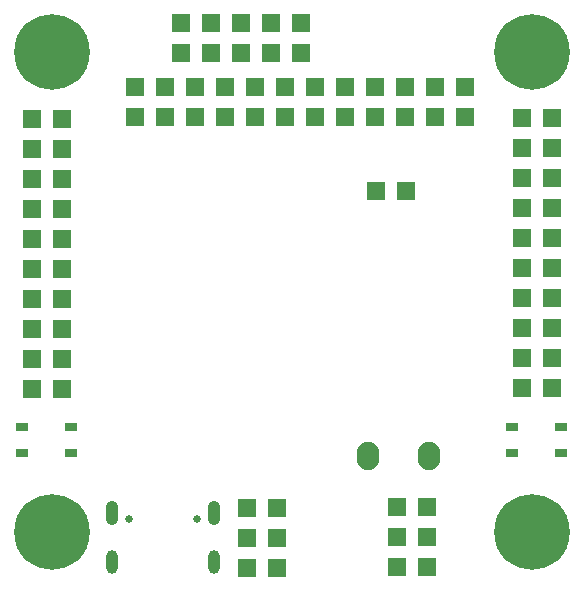
<source format=gbr>
%TF.GenerationSoftware,KiCad,Pcbnew,7.0.11+1*%
%TF.CreationDate,2024-06-06T22:27:14+00:00*%
%TF.ProjectId,RP2040v01,52503230-3430-4763-9031-2e6b69636164,rev?*%
%TF.SameCoordinates,Original*%
%TF.FileFunction,Soldermask,Top*%
%TF.FilePolarity,Negative*%
%FSLAX46Y46*%
G04 Gerber Fmt 4.6, Leading zero omitted, Abs format (unit mm)*
G04 Created by KiCad (PCBNEW 7.0.11+1) date 2024-06-06 22:27:14*
%MOMM*%
%LPD*%
G01*
G04 APERTURE LIST*
%ADD10C,0.800000*%
%ADD11C,6.400000*%
%ADD12R,1.524000X1.524000*%
%ADD13R,1.050000X0.650000*%
%ADD14C,0.650000*%
%ADD15O,1.000000X2.000000*%
%ADD16O,1.050000X2.100000*%
%ADD17O,1.900000X2.400000*%
G04 APERTURE END LIST*
D10*
%TO.C,H3*%
X7760000Y10160000D03*
X8462944Y11857056D03*
X8462944Y8462944D03*
X10160000Y12560000D03*
D11*
X10160000Y10160000D03*
D10*
X10160000Y7760000D03*
X11857056Y11857056D03*
X11857056Y8462944D03*
X12560000Y10160000D03*
%TD*%
%TO.C,H4*%
X48400000Y10160000D03*
X49102944Y11857056D03*
X49102944Y8462944D03*
X50800000Y12560000D03*
D11*
X50800000Y10160000D03*
D10*
X50800000Y7760000D03*
X52497056Y11857056D03*
X52497056Y8462944D03*
X53200000Y10160000D03*
%TD*%
D12*
%TO.C,J3*%
X39430000Y12340000D03*
X41970000Y12340000D03*
X39430000Y9800000D03*
X41970000Y9800000D03*
X39430000Y7260000D03*
X41970000Y7260000D03*
%TD*%
%TO.C,J8*%
X31235000Y53290000D03*
X31235000Y50750000D03*
X28695000Y53290000D03*
X28695000Y50750000D03*
X26155000Y53290000D03*
X26155000Y50750000D03*
X23615000Y53290000D03*
X23615000Y50750000D03*
X21075000Y53290000D03*
X21075000Y50750000D03*
%TD*%
D13*
%TO.C,SW2*%
X49125000Y19075000D03*
X53275000Y19075000D03*
X49125000Y16925000D03*
X53250000Y16925000D03*
%TD*%
D12*
%TO.C,J6*%
X49960000Y45240000D03*
X52500000Y45240000D03*
X49960000Y42700000D03*
X52500000Y42700000D03*
X49960000Y40160000D03*
X52500000Y40160000D03*
X49960000Y37620000D03*
X52500000Y37620000D03*
X49960000Y35080000D03*
X52500000Y35080000D03*
X49960000Y32540000D03*
X52500000Y32540000D03*
X49960000Y30000000D03*
X52500000Y30000000D03*
X49960000Y27460000D03*
X52500000Y27460000D03*
X49960000Y24920000D03*
X52500000Y24920000D03*
X49960000Y22380000D03*
X52500000Y22380000D03*
%TD*%
D10*
%TO.C,H2*%
X48400000Y50800000D03*
X49102944Y52497056D03*
X49102944Y49102944D03*
X50800000Y53200000D03*
D11*
X50800000Y50800000D03*
D10*
X50800000Y48400000D03*
X52497056Y52497056D03*
X52497056Y49102944D03*
X53200000Y50800000D03*
%TD*%
D12*
%TO.C,J1*%
X26730000Y12240000D03*
X29270000Y12240000D03*
X26730000Y9700000D03*
X29270000Y9700000D03*
X26730000Y7160000D03*
X29270000Y7160000D03*
%TD*%
%TO.C,J5*%
X11040000Y22340000D03*
X8500000Y22340000D03*
X11040000Y24880000D03*
X8500000Y24880000D03*
X11040000Y27420000D03*
X8500000Y27420000D03*
X11040000Y29960000D03*
X8500000Y29960000D03*
X11040000Y32500000D03*
X8500000Y32500000D03*
X11040000Y35040000D03*
X8500000Y35040000D03*
X11040000Y37580000D03*
X8500000Y37580000D03*
X11040000Y40120000D03*
X8500000Y40120000D03*
X11040000Y42660000D03*
X8500000Y42660000D03*
X11040000Y45200000D03*
X8500000Y45200000D03*
%TD*%
%TO.C,J4*%
X40175000Y39075000D03*
X37635000Y39075000D03*
%TD*%
D10*
%TO.C,H1*%
X7760000Y50800000D03*
X8462944Y52497056D03*
X8462944Y49102944D03*
X10160000Y53200000D03*
D11*
X10160000Y50800000D03*
D10*
X10160000Y48400000D03*
X11857056Y52497056D03*
X11857056Y49102944D03*
X12560000Y50800000D03*
%TD*%
D13*
%TO.C,SW1*%
X11775000Y16925000D03*
X7625000Y16925000D03*
X11775000Y19075000D03*
X7650000Y19075000D03*
%TD*%
D12*
%TO.C,J7*%
X17185000Y45310000D03*
X17185000Y47850000D03*
X19725000Y45310000D03*
X19725000Y47850000D03*
X22265000Y45310000D03*
X22265000Y47850000D03*
X24805000Y45310000D03*
X24805000Y47850000D03*
X27345000Y45310000D03*
X27345000Y47850000D03*
X29885000Y45310000D03*
X29885000Y47850000D03*
X32425000Y45310000D03*
X32425000Y47850000D03*
X34965000Y45310000D03*
X34965000Y47850000D03*
X37505000Y45310000D03*
X37505000Y47850000D03*
X40045000Y45310000D03*
X40045000Y47850000D03*
X42585000Y45310000D03*
X42585000Y47850000D03*
X45125000Y45310000D03*
X45125000Y47850000D03*
%TD*%
D14*
%TO.C,J2*%
X22490000Y11315000D03*
X16710000Y11315000D03*
D15*
X23920000Y7635000D03*
X15280000Y7635000D03*
D16*
X23920000Y11815000D03*
X15280000Y11815000D03*
%TD*%
D17*
%TO.C,D2*%
X36900000Y16600000D03*
%TD*%
%TO.C,D1*%
X42100000Y16600000D03*
%TD*%
M02*

</source>
